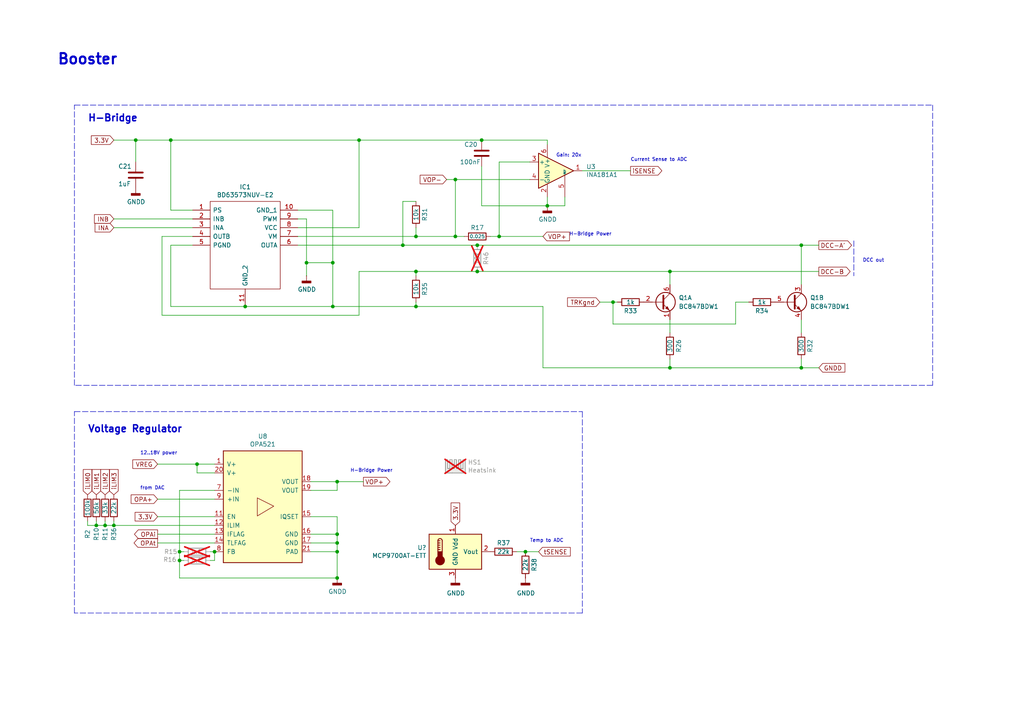
<source format=kicad_sch>
(kicad_sch (version 20250114) (generator "eeschema") (generator_version "9.0")
  (paper "A4")
  (title_block (title "RTB C12 Module") (date "2025-09-22") (rev "2") (company "Frank Schumacher") (comment 1 "Booster"))
  (lib_symbols
    (symbol "Amplifier_Current:INA181" (pin_names (offset 0.127))
      (property "Reference" "U" (at 3.81 3.81 0))
      (property "Value" "INA181" (at 3.81 -2.54 0))
      (symbol "INA181_0_1"
        (polyline (pts (xy 5.08 0) (xy -5.08 5.08) (xy -5.08 -5.08) (xy 5.08 0)) (stroke (width 0.254)) (fill (type background)))
      )
      (symbol "INA181_1_1"
        (pin input line (at -7.62 2.54 0) (length 2.54) (name "+") (number "3"))
        (pin input line (at -7.62 -2.54 0) (length 2.54) (name "-") (number "4"))
        (pin power_in line (at -2.54 7.62 270) (length 3.81) (name "V+") (number "6"))
        (pin power_in line (at -2.54 -7.62 90) (length 3.81) (name "GND") (number "2"))
        (pin input line (at 2.54 -7.62 90) (length 6.35) (name "REF") (number "5"))
        (pin output line (at 7.62 0 180) (length 2.54) (name "~") (number "1"))
      )
    )
    (symbol "Device:C" (pin_numbers (hide yes)) (pin_names (offset 0.254))
      (property "Reference" "C" (at 0.635 2.54 0))
      (property "Value" "C" (at 0.635 -2.54 0))
      (symbol "C_0_1"
        (polyline (pts (xy -2.032 0.762) (xy 2.032 0.762)) (stroke (width 0.508)))
        (polyline (pts (xy -2.032 -0.762) (xy 2.032 -0.762)) (stroke (width 0.508)))
      )
      (symbol "C_1_1"
        (pin passive line (at 0 3.81 270) (length 2.794) (name "~") (number "1"))
        (pin passive line (at 0 -3.81 90) (length 2.794) (name "~") (number "2"))
      )
    )
    (symbol "Device:R" (pin_numbers (hide yes)) (pin_names (offset 0))
      (property "Reference" "R" (at 2.032 0 90))
      (property "Value" "R" (at 0 0 90))
      (symbol "R_0_1"
        (rectangle (start -1.016 -2.54) (end 1.016 2.54) (stroke (width 0.254)))
      )
      (symbol "R_1_1"
        (pin passive line (at 0 3.81 270) (length 1.27) (name "~") (number "1"))
        (pin passive line (at 0 -3.81 90) (length 1.27) (name "~") (number "2"))
      )
    )
    (symbol "Mechanical:Heatsink" (pin_names (offset 1.016))
      (property "Reference" "HS" (at 0 5.08 0))
      (property "Value" "Heatsink" (at 0 -1.27 0))
      (symbol "Heatsink_0_1"
        (polyline (pts (xy -0.3302 1.27) (xy -0.9652 1.27) (xy -0.9652 3.81) (xy -1.6002 3.81) (xy -1.6002 1.27) (xy -2.2352 1.27) (xy -2.2352 3.81) (xy -2.8702 3.81) (xy -2.8702 0) (xy -0.9652 0)) (stroke (width 0.254)) (fill (type background)))
        (polyline (pts (xy -0.3302 1.27) (xy -0.3302 3.81) (xy 0.3048 3.81) (xy 0.3048 1.27) (xy 0.9398 1.27) (xy 0.9398 3.81) (xy 1.5748 3.81) (xy 1.5748 1.27) (xy 2.2098 1.27) (xy 2.2098 3.81) (xy 2.8448 3.81) (xy 2.8448 0) (xy -0.9652 0)) (stroke (width 0.254)) (fill (type background)))
      )
    )
    (symbol "RTB:BD63573NUV-E2" (pin_names (offset 0.762))
      (property "Reference" "IC" (at 26.67 7.62 0))
      (property "Value" "BD63573NUV-E2" (at 26.67 5.08 0))
      (symbol "BD63573NUV-E2_0_0"
        (pin bidirectional line (at 0 0 0) (length 5.08) (name "PS") (number "1"))
        (pin bidirectional line (at 0 -2.54 0) (length 5.08) (name "INB") (number "2"))
        (pin bidirectional line (at 0 -5.08 0) (length 5.08) (name "INA") (number "3"))
        (pin bidirectional line (at 0 -7.62 0) (length 5.08) (name "OUTB") (number "4"))
        (pin bidirectional line (at 0 -10.16 0) (length 5.08) (name "PGND") (number "5"))
        (pin bidirectional line (at 15.24 -27.94 90) (length 5.08) (name "GND_2") (number "11"))
        (pin bidirectional line (at 30.48 0 180) (length 5.08) (name "GND_1") (number "10"))
        (pin bidirectional line (at 30.48 -2.54 180) (length 5.08) (name "PWM") (number "9"))
        (pin bidirectional line (at 30.48 -5.08 180) (length 5.08) (name "VCC") (number "8"))
        (pin bidirectional line (at 30.48 -7.62 180) (length 5.08) (name "VM") (number "7"))
        (pin bidirectional line (at 30.48 -10.16 180) (length 5.08) (name "OUTA") (number "6"))
      )
      (symbol "BD63573NUV-E2_0_1"
        (polyline (pts (xy 5.08 2.54) (xy 25.4 2.54) (xy 25.4 -22.86) (xy 5.08 -22.86) (xy 5.08 2.54)) (stroke (width 0.1524)))
      )
    )
    (symbol "RTB:OPA521" (pin_names (offset 1.016))
      (property "Reference" "U" (at 0.0508 22.86 0))
      (property "Value" "OPA521" (at 0.3048 20.6248 0))
      (symbol "OPA521_0_1"
        (rectangle (start -11.43 16.5354) (end 11.43 -15.875) (stroke (width 0.254)) (fill (type background)))
        (polyline (pts (xy -1.5748 2.8956) (xy -1.5748 -2.3368) (xy 3.2004 0.508) (xy -1.5748 2.8956)))
      )
      (symbol "OPA521_1_1"
        (pin power_in line (at -13.97 12.7 0) (length 2.54) (name "V+") (number "1"))
        (pin power_in line (at -13.97 10.16 0) (length 2.54) (name "V+") (number "20"))
        (pin input line (at -13.97 5.08 0) (length 2.54) (name "-IN") (number "7"))
        (pin input line (at -13.97 2.54 0) (length 2.54) (name "+IN") (number "9"))
        (pin input line (at -13.97 -2.54 0) (length 2.54) (name "EN") (number "11"))
        (pin input line (at -13.97 -5.08 0) (length 2.54) (name "ILIM") (number "12"))
        (pin input line (at -13.97 -7.62 0) (length 2.54) (name "IFLAG") (number "13"))
        (pin input line (at -13.97 -10.16 0) (length 2.54) (name "TLFAG") (number "14"))
        (pin input line (at -13.97 -12.7 0) (length 2.54) (name "FB") (number "8"))
        (pin power_out line (at 13.97 7.62 180) (length 2.54) (name "VOUT") (number "18"))
        (pin power_out line (at 13.97 5.08 180) (length 2.54) (name "VOUT") (number "19"))
        (pin input line (at 13.97 -2.54 180) (length 2.54) (name "IQSET") (number "15"))
        (pin power_in line (at 13.97 -7.62 180) (length 2.54) (name "GND") (number "16"))
        (pin power_in line (at 13.97 -10.16 180) (length 2.54) (name "GND") (number "17"))
        (pin power_in line (at 13.97 -12.7 180) (length 2.54) (name "PAD") (number "21"))
      )
    )
    (symbol "Sensor_Temperature:MCP9700AT-ETT" (pin_names (offset 1.016))
      (property "Reference" "U" (at -6.35 6.35 0))
      (property "Value" "Sensor_Temperature_MCP9700AT-ETT" (at 1.27 6.35 0))
      (symbol "MCP9700AT-ETT_0_1"
        (rectangle (start -7.62 5.08) (end 7.62 -5.08) (stroke (width 0.254)) (fill (type background)))
        (polyline (pts (xy -5.08 3.175) (xy -5.08 0)) (stroke (width 0.254)))
        (polyline (pts (xy -5.08 3.175) (xy -4.445 3.175)) (stroke (width 0.254)))
        (polyline (pts (xy -5.08 2.54) (xy -4.445 2.54)) (stroke (width 0.254)))
        (polyline (pts (xy -5.08 1.905) (xy -4.445 1.905)) (stroke (width 0.254)))
        (polyline (pts (xy -5.08 1.27) (xy -4.445 1.27)) (stroke (width 0.254)))
        (polyline (pts (xy -5.08 0.635) (xy -4.445 0.635)) (stroke (width 0.254)))
        (arc (start -5.08 3.175) (mid -4.445 3.81) (end -3.81 3.175) (stroke (width 0.254)))
        (circle (center -4.445 -2.54) (radius 1.27) (stroke (width 0.254)) (fill (type outline)))
        (polyline (pts (xy -3.81 3.175) (xy -3.81 0)) (stroke (width 0.254)))
        (rectangle (start -3.81 -1.905) (end -5.08 0) (stroke (width 0.254)) (fill (type outline)))
      )
      (symbol "MCP9700AT-ETT_1_1"
        (pin power_in line (at 0 7.62 270) (length 2.54) (name "Vdd") (number "1"))
        (pin power_in line (at 0 -7.62 90) (length 2.54) (name "GND") (number "3"))
        (pin output line (at 10.16 0 180) (length 2.54) (name "Vout") (number "2"))
      )
    )
    (symbol "Transistor_BJT:BC847BDW1" (pin_names (offset 0) (hide yes))
      (property "Reference" "Q" (at 5.08 1.27 0))
      (property "Value" "BC847BDW1" (at 5.08 -1.27 0))
      (symbol "BC847BDW1_0_1"
        (polyline (pts (xy 0.635 1.905) (xy 0.635 -1.905)) (stroke (width 0.508)))
        (polyline (pts (xy 0.635 0.635) (xy 2.54 2.54)))
        (polyline (pts (xy 0.635 0) (xy -2.54 0)))
        (polyline (pts (xy 0.635 -0.635) (xy 2.54 -2.54)))
        (circle (center 1.27 0) (radius 2.8194) (stroke (width 0.254)))
        (polyline (pts (xy 1.27 -1.778) (xy 1.778 -1.27) (xy 2.286 -2.286) (xy 1.27 -1.778)) (fill (type outline)))
      )
      (symbol "BC847BDW1_1_1"
        (pin input line (at -5.08 0 0) (length 2.54) (name "B1") (number "2"))
        (pin passive line (at 2.54 5.08 270) (length 2.54) (name "C1") (number "6"))
        (pin passive line (at 2.54 -5.08 90) (length 2.54) (name "E1") (number "1"))
      )
      (symbol "BC847BDW1_2_1"
        (pin input line (at -5.08 0 0) (length 2.54) (name "B2") (number "5"))
        (pin passive line (at 2.54 5.08 270) (length 2.54) (name "C2") (number "3"))
        (pin passive line (at 2.54 -5.08 90) (length 2.54) (name "E2") (number "4"))
      )
    )
    (symbol "Transistor_BJT:BC847BPN" (pin_names (offset 0) (hide yes))
      (property "Reference" "Q" (at 5.08 1.27 0))
      (property "Value" "BC847BPN" (at 5.08 -1.27 0))
      (symbol "BC847BPN_0_1"
        (polyline (pts (xy 0.635 1.905) (xy 0.635 -1.905)) (stroke (width 0.508)))
        (polyline (pts (xy 0.635 0.635) (xy 2.54 2.54)))
        (polyline (pts (xy 0.635 0) (xy -2.54 0)))
        (polyline (pts (xy 0.635 -0.635) (xy 2.54 -2.54)))
        (circle (center 1.27 0) (radius 2.8194) (stroke (width 0.254)))
      )
      (symbol "BC847BPN_1_1"
        (polyline (pts (xy 1.27 -1.778) (xy 1.778 -1.27) (xy 2.286 -2.286) (xy 1.27 -1.778)) (fill (type outline)))
        (pin input line (at -5.08 0 0) (length 2.54) (name "B1") (number "2"))
        (pin passive line (at 2.54 5.08 270) (length 2.54) (name "C1") (number "6"))
        (pin passive line (at 2.54 -5.08 90) (length 2.54) (name "E1") (number "1"))
      )
      (symbol "BC847BPN_2_1"
        (polyline (pts (xy 2.286 -1.778) (xy 1.778 -2.286) (xy 1.27 -1.27) (xy 2.286 -1.778)) (fill (type outline)))
        (pin input line (at -5.08 0 0) (length 2.54) (name "B2") (number "5"))
        (pin passive line (at 2.54 5.08 270) (length 2.54) (name "C2") (number "3"))
        (pin passive line (at 2.54 -5.08 90) (length 2.54) (name "E2") (number "4"))
      )
    )
    (symbol "power:GNDD" (power) (pin_numbers (hide yes)) (pin_names (offset 0) (hide yes))
      (property "Value" "GNDD" (at 0 -3.175 0))
      (symbol "GNDD_0_1"
        (rectangle (start -1.27 -1.524) (end 1.27 -2.032) (stroke (width 0.254)) (fill (type outline)))
        (polyline (pts (xy 0 0) (xy 0 -1.524)))
      )
      (symbol "GNDD_1_1"
        (pin power_in line (at 0 0 270) (length 0) (name "~") (number "1"))
      )
    )
  )
  (text "Current Sense to ADC" (at 182.88 46.99 0) (effects (font (size 0.9906 0.9906)) (justify left bottom)))
  (text "Voltage Regulator" (at 25.4 125.73 0) (effects (font (size 2.0066 2.0066) (thickness 0.4013) (bold yes)) (justify left bottom)))
  (text "H-Bridge" (at 25.4 35.56 0) (effects (font (size 2.0066 2.0066) (thickness 0.4013) (bold yes)) (justify left bottom)))
  (text "Temp to ADC" (at 153.67 157.48 0) (effects (font (size 0.9906 0.9906)) (justify left bottom)))
  (text "H-Bridge Power" (at 101.6 137.16 0) (effects (font (size 0.9906 0.9906)) (justify left bottom)))
  (text "DCC out" (at 250.19 76.2 0) (effects (font (size 0.9906 0.9906)) (justify left bottom)))
  (text "12..18V power" (at 40.64 132.08 0) (effects (font (size 0.9906 0.9906)) (justify left bottom)))
  (text "Booster" (at 16.51 19.05 0) (effects (font (size 2.9972 2.9972) (thickness 0.5994) (bold yes)) (justify left bottom)))
  (text "Gain: 20x" (at 161.29 45.72 0) (effects (font (size 0.9906 0.9906)) (justify left bottom)))
  (text "H-Bridge Power" (at 165.1 68.58 0) (effects (font (size 0.9906 0.9906)) (justify left bottom)))
  (text "from DAC" (at 40.64 142.24 0) (effects (font (size 0.9906 0.9906)) (justify left bottom)))
  (junction (at 232.41 71.12))
  (junction (at 52.07 162.56))
  (junction (at 88.9 76.2))
  (junction (at 158.75 59.69))
  (junction (at 39.37 40.64))
  (junction (at 194.31 78.74))
  (junction (at 104.14 40.64))
  (junction (at 96.52 88.9))
  (junction (at 116.84 71.12))
  (junction (at 139.7 40.64))
  (junction (at 96.52 76.2))
  (junction (at 232.41 106.68))
  (junction (at 27.94 152.4))
  (junction (at 30.48 152.4))
  (junction (at 97.79 139.7))
  (junction (at 138.43 78.74))
  (junction (at 152.4 160.02))
  (junction (at 52.07 160.02))
  (junction (at 194.31 106.68))
  (junction (at 97.79 160.02))
  (junction (at 97.79 157.48))
  (junction (at 177.8 87.63))
  (junction (at 138.43 71.12))
  (junction (at 132.08 52.07))
  (junction (at 71.12 88.9))
  (junction (at 57.15 134.62))
  (junction (at 120.65 78.74))
  (junction (at 120.65 88.9))
  (junction (at 49.53 40.64))
  (junction (at 144.78 68.58))
  (junction (at 33.02 152.4))
  (junction (at 97.79 154.94))
  (junction (at 97.79 167.64))
  (junction (at 120.65 68.58))
  (junction (at 62.23 160.02))
  (junction (at 132.08 68.58))
  (wire (pts (xy 104.14 66.04) (xy 104.14 40.64)))
  (wire (pts (xy 96.52 88.9) (xy 120.65 88.9)))
  (wire (pts (xy 139.7 59.69) (xy 139.7 48.26)))
  (wire (pts (xy 158.75 40.64) (xy 158.75 41.91)))
  (wire (pts (xy 90.17 149.86) (xy 97.79 149.86)))
  (wire (pts (xy 177.8 87.63) (xy 179.07 87.63)))
  (wire (pts (xy 62.23 134.62) (xy 57.15 134.62)))
  (polyline (pts (xy 21.59 177.8) (xy 21.59 119.38)) (stroke (width 0) (type dash)))
  (wire (pts (xy 97.79 157.48) (xy 97.79 160.02)))
  (wire (pts (xy 86.36 60.96) (xy 96.52 60.96)))
  (polyline (pts (xy 270.51 30.48) (xy 270.51 111.76)) (stroke (width 0) (type dash)))
  (polyline (pts (xy 247.65 69.85) (xy 247.65 80.01)) (stroke (width 0) (type dash)))
  (wire (pts (xy 237.49 106.68) (xy 232.41 106.68)))
  (wire (pts (xy 163.83 59.69) (xy 163.83 57.15)))
  (wire (pts (xy 88.9 76.2) (xy 96.52 76.2)))
  (wire (pts (xy 52.07 142.24) (xy 52.07 160.02)))
  (wire (pts (xy 52.07 162.56) (xy 52.07 167.64)))
  (polyline (pts (xy 21.59 119.38) (xy 168.91 119.38)) (stroke (width 0) (type dash)))
  (wire (pts (xy 213.36 87.63) (xy 217.17 87.63)))
  (wire (pts (xy 33.02 40.64) (xy 39.37 40.64)))
  (wire (pts (xy 27.94 152.4) (xy 25.4 152.4)))
  (wire (pts (xy 86.36 66.04) (xy 104.14 66.04)))
  (wire (pts (xy 39.37 40.64) (xy 49.53 40.64)))
  (wire (pts (xy 90.17 139.7) (xy 97.79 139.7)))
  (wire (pts (xy 120.65 80.01) (xy 120.65 78.74)))
  (wire (pts (xy 144.78 46.99) (xy 153.67 46.99)))
  (wire (pts (xy 177.8 87.63) (xy 177.8 93.98)))
  (wire (pts (xy 97.79 139.7) (xy 105.41 139.7)))
  (wire (pts (xy 104.14 40.64) (xy 139.7 40.64)))
  (wire (pts (xy 33.02 152.4) (xy 30.48 152.4)))
  (wire (pts (xy 46.99 91.44) (xy 104.14 91.44)))
  (wire (pts (xy 120.65 66.04) (xy 120.65 68.58)))
  (wire (pts (xy 152.4 160.02) (xy 156.21 160.02)))
  (wire (pts (xy 86.36 68.58) (xy 120.65 68.58)))
  (wire (pts (xy 120.65 68.58) (xy 132.08 68.58)))
  (polyline (pts (xy 270.51 111.76) (xy 21.59 111.76)) (stroke (width 0) (type dash)))
  (wire (pts (xy 27.94 151.13) (xy 27.94 152.4)))
  (wire (pts (xy 232.41 96.52) (xy 232.41 92.71)))
  (wire (pts (xy 132.08 68.58) (xy 134.62 68.58)))
  (wire (pts (xy 138.43 71.12) (xy 232.41 71.12)))
  (wire (pts (xy 49.53 88.9) (xy 71.12 88.9)))
  (wire (pts (xy 55.88 71.12) (xy 49.53 71.12)))
  (wire (pts (xy 116.84 58.42) (xy 116.84 71.12)))
  (wire (pts (xy 49.53 40.64) (xy 104.14 40.64)))
  (wire (pts (xy 158.75 57.15) (xy 158.75 59.69)))
  (wire (pts (xy 86.36 71.12) (xy 116.84 71.12)))
  (wire (pts (xy 232.41 71.12) (xy 237.49 71.12)))
  (polyline (pts (xy 21.59 111.76) (xy 21.59 30.48)) (stroke (width 0) (type dash)))
  (wire (pts (xy 153.67 52.07) (xy 132.08 52.07)))
  (wire (pts (xy 144.78 68.58) (xy 157.48 68.58)))
  (wire (pts (xy 120.65 78.74) (xy 138.43 78.74)))
  (wire (pts (xy 97.79 149.86) (xy 97.79 154.94)))
  (wire (pts (xy 30.48 151.13) (xy 30.48 152.4)))
  (wire (pts (xy 57.15 137.16) (xy 57.15 134.62)))
  (wire (pts (xy 49.53 60.96) (xy 49.53 40.64)))
  (wire (pts (xy 177.8 93.98) (xy 213.36 93.98)))
  (wire (pts (xy 90.17 160.02) (xy 97.79 160.02)))
  (wire (pts (xy 120.65 58.42) (xy 116.84 58.42)))
  (wire (pts (xy 132.08 52.07) (xy 132.08 68.58)))
  (wire (pts (xy 39.37 46.99) (xy 39.37 40.64)))
  (wire (pts (xy 158.75 59.69) (xy 139.7 59.69)))
  (wire (pts (xy 120.65 87.63) (xy 120.65 88.9)))
  (wire (pts (xy 139.7 40.64) (xy 158.75 40.64)))
  (wire (pts (xy 33.02 152.4) (xy 33.02 151.13)))
  (wire (pts (xy 96.52 60.96) (xy 96.52 76.2)))
  (wire (pts (xy 52.07 162.56) (xy 53.34 162.56)))
  (wire (pts (xy 194.31 104.14) (xy 194.31 106.68)))
  (wire (pts (xy 144.78 68.58) (xy 144.78 46.99)))
  (polyline (pts (xy 21.59 30.48) (xy 270.51 30.48)) (stroke (width 0) (type dash)))
  (wire (pts (xy 88.9 80.01) (xy 88.9 76.2)))
  (wire (pts (xy 45.72 134.62) (xy 57.15 134.62)))
  (wire (pts (xy 49.53 71.12) (xy 49.53 88.9)))
  (wire (pts (xy 138.43 78.74) (xy 194.31 78.74)))
  (wire (pts (xy 60.96 160.02) (xy 62.23 160.02)))
  (wire (pts (xy 30.48 152.4) (xy 27.94 152.4)))
  (wire (pts (xy 62.23 137.16) (xy 57.15 137.16)))
  (wire (pts (xy 45.72 149.86) (xy 62.23 149.86)))
  (wire (pts (xy 52.07 160.02) (xy 53.34 160.02)))
  (wire (pts (xy 46.99 68.58) (xy 46.99 91.44)))
  (wire (pts (xy 97.79 154.94) (xy 97.79 157.48)))
  (wire (pts (xy 25.4 152.4) (xy 25.4 151.13)))
  (wire (pts (xy 90.17 157.48) (xy 97.79 157.48)))
  (wire (pts (xy 62.23 152.4) (xy 33.02 152.4)))
  (wire (pts (xy 33.02 63.5) (xy 55.88 63.5)))
  (wire (pts (xy 116.84 71.12) (xy 138.43 71.12)))
  (wire (pts (xy 62.23 142.24) (xy 52.07 142.24)))
  (wire (pts (xy 157.48 106.68) (xy 157.48 88.9)))
  (wire (pts (xy 213.36 93.98) (xy 213.36 87.63)))
  (wire (pts (xy 120.65 88.9) (xy 157.48 88.9)))
  (wire (pts (xy 194.31 106.68) (xy 157.48 106.68)))
  (wire (pts (xy 232.41 106.68) (xy 194.31 106.68)))
  (wire (pts (xy 97.79 160.02) (xy 97.79 167.64)))
  (wire (pts (xy 96.52 76.2) (xy 96.52 88.9)))
  (wire (pts (xy 62.23 144.78) (xy 45.72 144.78)))
  (wire (pts (xy 104.14 91.44) (xy 104.14 78.74)))
  (wire (pts (xy 60.96 162.56) (xy 62.23 162.56)))
  (wire (pts (xy 45.72 154.94) (xy 62.23 154.94)))
  (wire (pts (xy 194.31 96.52) (xy 194.31 92.71)))
  (polyline (pts (xy 168.91 177.8) (xy 21.59 177.8)) (stroke (width 0) (type dash)))
  (wire (pts (xy 90.17 154.94) (xy 97.79 154.94)))
  (wire (pts (xy 52.07 160.02) (xy 52.07 162.56)))
  (wire (pts (xy 104.14 78.74) (xy 120.65 78.74)))
  (wire (pts (xy 97.79 142.24) (xy 97.79 139.7)))
  (wire (pts (xy 168.91 49.53) (xy 182.88 49.53)))
  (wire (pts (xy 142.24 68.58) (xy 144.78 68.58)))
  (wire (pts (xy 90.17 142.24) (xy 97.79 142.24)))
  (wire (pts (xy 86.36 63.5) (xy 88.9 63.5)))
  (wire (pts (xy 232.41 71.12) (xy 232.41 82.55)))
  (wire (pts (xy 129.54 52.07) (xy 132.08 52.07)))
  (wire (pts (xy 232.41 104.14) (xy 232.41 106.68)))
  (wire (pts (xy 88.9 63.5) (xy 88.9 76.2)))
  (wire (pts (xy 33.02 66.04) (xy 55.88 66.04)))
  (wire (pts (xy 55.88 68.58) (xy 46.99 68.58)))
  (wire (pts (xy 194.31 78.74) (xy 237.49 78.74)))
  (wire (pts (xy 71.12 88.9) (xy 96.52 88.9)))
  (wire (pts (xy 194.31 82.55) (xy 194.31 78.74)))
  (wire (pts (xy 97.79 167.64) (xy 52.07 167.64)))
  (wire (pts (xy 173.99 87.63) (xy 177.8 87.63)))
  (wire (pts (xy 158.75 59.69) (xy 163.83 59.69)))
  (polyline (pts (xy 168.91 119.38) (xy 168.91 177.8)) (stroke (width 0) (type dash)))
  (wire (pts (xy 149.86 160.02) (xy 152.4 160.02)))
  (wire (pts (xy 55.88 60.96) (xy 49.53 60.96)))
  (wire (pts (xy 45.72 157.48) (xy 62.23 157.48)))
  (wire (pts (xy 62.23 160.02) (xy 62.23 162.56)))
  (global_label "iSENSE" (shape output) (at 182.88 49.53 0) (property "Intersheetrefs" "${INTERSHEET_REFS}" (effects (hide yes))))
  (global_label "VOP+" (shape input) (at 157.48 68.58 0) (property "Intersheetrefs" "${INTERSHEET_REFS}" (effects (hide yes))))
  (global_label "OPAi" (shape output) (at 45.72 154.94 180) (property "Intersheetrefs" "${INTERSHEET_REFS}" (effects (hide yes))))
  (global_label "VREG" (shape input) (at 45.72 134.62 180) (property "Intersheetrefs" "${INTERSHEET_REFS}" (effects (hide yes))))
  (global_label "INA" (shape input) (at 33.02 66.04 180) (property "Intersheetrefs" "${INTERSHEET_REFS}" (effects (hide yes))))
  (global_label "VOP-" (shape input) (at 129.54 52.07 180) (property "Intersheetrefs" "${INTERSHEET_REFS}" (effects (hide yes))))
  (global_label "iLIM2" (shape input) (at 30.48 143.51 90) (property "Intersheetrefs" "${INTERSHEET_REFS}" (effects (hide yes))))
  (global_label "iLIM1" (shape input) (at 27.94 143.51 90) (property "Intersheetrefs" "${INTERSHEET_REFS}" (effects (hide yes))))
  (global_label "3.3V" (shape input) (at 132.08 152.4 90) (property "Intersheetrefs" "${INTERSHEET_REFS}" (effects (hide yes))))
  (global_label "OPA+" (shape input) (at 45.72 144.78 180) (property "Intersheetrefs" "${INTERSHEET_REFS}" (effects (hide yes))))
  (global_label "INB" (shape input) (at 33.02 63.5 180) (property "Intersheetrefs" "${INTERSHEET_REFS}" (effects (hide yes))))
  (global_label "DCC-B" (shape output) (at 237.49 78.74 0) (property "Intersheetrefs" "${INTERSHEET_REFS}" (effects (hide yes))))
  (global_label "3.3V" (shape input) (at 45.72 149.86 180) (property "Intersheetrefs" "${INTERSHEET_REFS}" (effects (hide yes))))
  (global_label "3.3V" (shape input) (at 33.02 40.64 180) (property "Intersheetrefs" "${INTERSHEET_REFS}" (effects (hide yes))))
  (global_label "GNDD" (shape input) (at 237.49 106.68 0) (property "Intersheetrefs" "${INTERSHEET_REFS}" (effects (hide yes))))
  (global_label "TRKgnd" (shape input) (at 173.99 87.63 180) (property "Intersheetrefs" "${INTERSHEET_REFS}" (effects (hide yes))))
  (global_label "iLIM3" (shape input) (at 33.02 143.51 90) (property "Intersheetrefs" "${INTERSHEET_REFS}" (effects (hide yes))))
  (global_label "iLIM0" (shape input) (at 25.4 143.51 90) (property "Intersheetrefs" "${INTERSHEET_REFS}" (effects (hide yes))))
  (global_label "DCC-A'" (shape output) (at 237.49 71.12 0) (property "Intersheetrefs" "${INTERSHEET_REFS}" (effects (hide yes))))
  (global_label "OPAt" (shape output) (at 45.72 157.48 180) (property "Intersheetrefs" "${INTERSHEET_REFS}" (effects (hide yes))))
  (global_label "tSENSE" (shape input) (at 156.21 160.02 0) (property "Intersheetrefs" "${INTERSHEET_REFS}" (effects (hide yes))))
  (global_label "VOP+" (shape output) (at 105.41 139.7 0) (property "Intersheetrefs" "${INTERSHEET_REFS}" (effects (hide yes))))
  (symbol (lib_id "RTB:BD63573NUV-E2") (at 55.88 60.96 0) (unit 1)
    (property "Reference" "IC1" (at 71.12 54.229 0))
    (property "Value" "BD63573NUV-E2" (at 71.12 56.5404 0))
    (property "Footprint" "Package_SON:VSON-10-1EP_3x3mm_P0.5mm_EP1.2x2mm" (effects (hide yes)))
    (property "Datasheet" "https://www.rohm.com/datasheet/BD63573NUV/bd63573nuv-e" (effects (hide yes)))
    (property "Description" "H-Bridge Motor Driver, 16V, 3.2A, 10pin" (effects (hide yes)))
    (property "LCSC Part #" "C2150564" (effects (hide yes)))
  )
  (symbol (lib_id "power:GNDD") (at 88.9 80.01 0) (unit 1)
    (property "Reference" "#PWR014" (effects (hide yes)))
    (property "Value" "GNDD" (at 89.0016 83.947 0))
  )
  (symbol (lib_id "Device:C") (at 39.37 50.8 0) (unit 1)
    (property "Reference" "C21" (at 34.29 48.26 0) (effects (justify left)))
    (property "Value" "1uF" (at 34.29 53.34 0) (effects (justify left)))
    (property "Footprint" "Capacitor_SMD:C_0603_1608Metric" (effects (hide yes)))
    (property "Description" "1uF 50V X5R ±10% 0603 MLCC" (effects (hide yes)))
    (property "LCSC Part #" "C15849" (effects (hide yes)))
  )
  (symbol (lib_id "power:GNDD") (at 39.37 54.61 0) (unit 1)
    (property "Reference" "#PWR029" (effects (hide yes)))
    (property "Value" "GNDD" (at 39.4716 58.547 0))
  )
  (symbol (lib_id "Amplifier_Current:INA181") (at 161.29 49.53 0) (unit 1)
    (property "Reference" "U3" (at 170.0276 48.3616 0) (effects (justify left)))
    (property "Value" "INA181A1" (at 170.0276 50.673 0) (effects (justify left)))
    (property "Footprint" "Package_TO_SOT_SMD:SOT-23-6" (effects (hide yes)))
    (property "Datasheet" "http://www.ti.com/lit/ds/symlink/ina181.pdf" (effects (hide yes)))
    (property "Description" "20V/V 350kHz SOT-23-6 Current Sense Amplifiers" (effects (hide yes)))
    (property "LCSC Part #" "C2058943" (effects (hide yes)))
  )
  (symbol (lib_id "Device:R") (at 138.43 68.58 270) (unit 1)
    (property "Reference" "R17" (at 138.43 66.04 90))
    (property "Value" "0.025" (at 138.43 68.58 90) (effects (font (size 1.016 1.016))))
    (property "Footprint" "Resistor_SMD:R_2010_5025Metric" (effects (hide yes)))
    (property "Description" "1.5W 25mΩ ±1% 2010 Current Sense Resistors / Shunt Resistors ROHS" (effects (hide yes)))
    (property "LCSC Part #" "C22470461" (effects (hide yes)))
  )
  (symbol (lib_id "power:GNDD") (at 158.75 59.69 0) (unit 1)
    (property "Reference" "#PWR011" (effects (hide yes)))
    (property "Value" "GNDD" (at 158.8516 63.627 0))
  )
  (symbol (lib_id "RTB:OPA521") (at 76.2 147.32 0) (unit 1)
    (property "Reference" "U8" (at 76.2 126.5428 0))
    (property "Value" "OPA521" (at 76.2 128.8542 0))
    (property "Footprint" "Package_DFN_QFN:QFN-20-1EP_5x5mm_P0.65mm_EP3.35x3.35mm" (effects (hide yes)))
    (property "Datasheet" "http://www.ti.com/lit/ds/symlink/opa521.pdf?HQS=TI-null-null-mousermode-df-pf-null-wwe&DCM=yes&ref_url=https%3A%2F%2Fwww.mouser.de%2F" (effects (hide yes)))
    (property "Description" "2.5A 24V 3.82MHz 75V/us 78mA 7V~24V 94dB VQFN-20-EP(5x5) Operational Amplifier" (effects (hide yes)))
    (property "LCSC Part #" "C2058423" (effects (hide yes)))
  )
  (symbol (lib_id "power:GNDD") (at 97.79 167.64 0) (unit 1)
    (property "Reference" "#PWR0105" (effects (hide yes)))
    (property "Value" "GNDD" (at 97.8916 171.577 0))
  )
  (symbol (lib_id "Device:R") (at 33.02 147.32 180) (unit 1)
    (property "Reference" "R36" (at 33.02 154.94 90))
    (property "Value" "22k" (at 33.02 147.32 90))
    (property "Footprint" "Resistor_SMD:R_0603_1608Metric" (effects (hide yes)))
    (property "Description" "100mW 22kΩ 75V Thick Film Resistor ±1%" (effects (hide yes)))
    (property "LCSC Part #" "C31850" (effects (hide yes)))
  )
  (symbol (lib_id "Sensor_Temperature:MCP9700AT-ETT") (at 132.08 160.02 0) (unit 1)
    (property "Reference" "U15" (at 123.698 158.8516 0) (effects (justify right)))
    (property "Value" "MCP9700AT-ETT" (at 123.698 161.163 0) (effects (justify right)))
    (property "Footprint" "Package_TO_SOT_SMD:SOT-23" (effects (hide yes)))
    (property "Datasheet" "http://ww1.microchip.com/downloads/en/DeviceDoc/21942e.pdf" (effects (hide yes)))
    (property "Description" "2.3V~5.5V SOT-23 Temperature Sensors" (effects (hide yes)))
    (property "LCSC Part #" "C127949" (effects (hide yes)))
    (instances (project "" (path "" (reference "U?") (unit 1)) (path "" (reference "U15") (unit 1))))
  )
  (symbol (lib_id "power:GNDD") (at 132.08 167.64 0) (unit 1)
    (property "Reference" "#PWR0114" (effects (hide yes)))
    (property "Value" "GNDD" (at 132.207 172.0342 0))
    (instances (project "" (path "" (reference "#PWR?") (unit 1)) (path "" (reference "#PWR0114") (unit 1))))
  )
  (symbol (lib_id "Device:R") (at 146.05 160.02 270) (unit 1)
    (property "Reference" "R37" (at 146.05 157.48 90))
    (property "Value" "22k" (at 146.05 160.02 90))
    (property "Footprint" "Resistor_SMD:R_0603_1608Metric" (effects (hide yes)))
    (property "Description" "100mW 22kΩ 75V Thick Film Resistor ±1%" (effects (hide yes)))
    (property "LCSC Part #" "C31850" (effects (hide yes)))
  )
  (symbol (lib_id "Device:R") (at 152.4 163.83 180) (unit 1)
    (property "Reference" "R38" (at 154.94 163.83 90))
    (property "Value" "22k" (at 152.4 163.83 90))
    (property "Footprint" "Resistor_SMD:R_0603_1608Metric" (effects (hide yes)))
    (property "Description" "100mW 22kΩ 75V Thick Film Resistor ±1%" (effects (hide yes)))
    (property "LCSC Part #" "C31850" (effects (hide yes)))
  )
  (symbol (lib_id "power:GNDD") (at 152.4 167.64 0) (unit 1)
    (property "Reference" "#PWR012" (effects (hide yes)))
    (property "Value" "GNDD" (at 152.527 172.0342 0))
    (instances (project "" (path "" (reference "#PWR?") (unit 1)) (path "" (reference "#PWR012") (unit 1))))
  )
  (symbol (lib_id "Device:R") (at 138.43 74.93 180) (unit 1) (dnp yes)
    (property "Reference" "R46" (at 140.97 74.93 90))
    (property "Value" "10k" (at 138.43 74.93 90))
    (property "Footprint" "Resistor_SMD:R_0603_1608Metric" (effects (hide yes)))
    (property "LCSC Part #" "C25804" (effects (hide yes)))
  )
  (symbol (lib_id "Device:C") (at 139.7 44.45 0) (unit 1)
    (property "Reference" "C20" (at 134.62 41.91 0) (effects (justify left)))
    (property "Value" "100nF" (at 133.35 46.99 0) (effects (justify left)))
    (property "Footprint" "Capacitor_SMD:C_0603_1608Metric" (effects (hide yes)))
    (property "Description" "100nF 50V X7R ±10% 0603 MLCC" (effects (hide yes)))
    (property "LCSC Part #" "C14663" (effects (hide yes)))
  )
  (symbol (lib_id "Mechanical:Heatsink") (at 132.08 137.16 0) (unit 1) (dnp yes)
    (property "Reference" "HS1" (at 135.6868 134.0866 0) (effects (justify left)))
    (property "Value" "Heatsink" (at 135.6868 136.398 0) (effects (justify left)))
    (property "Footprint" "Heatsink:Heatsink_AAVID_573300D00010G_TO-263" (effects (hide yes)))
  )
  (symbol (lib_id "Device:R") (at 120.65 83.82 180) (unit 1)
    (property "Reference" "R35" (at 123.19 83.82 90))
    (property "Value" "10k" (at 120.65 83.82 90))
    (property "Footprint" "Resistor_SMD:R_0603_1608Metric" (effects (hide yes)))
    (property "LCSC Part #" "C25804" (effects (hide yes)))
  )
  (symbol (lib_id "Device:R") (at 120.65 62.23 180) (unit 1)
    (property "Reference" "R31" (at 123.19 62.23 90))
    (property "Value" "10k" (at 120.65 62.23 90))
    (property "Footprint" "Resistor_SMD:R_0805_2012Metric" (effects (hide yes)))
    (property "Description" "10kΩ 125mW 150V Thick Film Resistor ±1%" (effects (hide yes)))
    (property "LCSC Part #" "C17414" (effects (hide yes)))
  )
  (symbol (lib_id "Device:R") (at 57.15 160.02 270) (unit 1) (dnp yes)
    (property "Reference" "R15" (at 49.53 160.02 90))
    (property "Value" "n.f." (at 57.15 160.02 90))
    (property "Footprint" "Resistor_SMD:R_0603_1608Metric" (effects (hide yes)))
    (property "DNP" "1" (effects (hide yes)))
  )
  (symbol (lib_id "Device:R") (at 57.15 162.56 270) (unit 1) (dnp yes)
    (property "Reference" "R16" (at 49.276 162.306 90))
    (property "Value" "n.f." (at 57.15 162.56 90))
    (property "Footprint" "Resistor_SMD:R_0603_1608Metric" (effects (hide yes)))
  )
  (symbol (lib_id "Device:R") (at 30.48 147.32 180) (unit 1)
    (property "Reference" "R11" (at 30.48 154.94 90))
    (property "Value" "33k" (at 30.48 147.32 90))
    (property "Footprint" "Resistor_SMD:R_0603_1608Metric" (effects (hide yes)))
    (property "Description" "100mW 33kΩ 75V Thick Film Resistor ±1%" (effects (hide yes)))
    (property "LCSC Part #" "C4216" (effects (hide yes)))
  )
  (symbol (lib_id "Device:R") (at 27.94 147.32 180) (unit 1)
    (property "Reference" "R10" (at 27.94 154.94 90))
    (property "Value" "56k" (at 27.94 147.32 90))
    (property "Footprint" "Resistor_SMD:R_0603_1608Metric" (effects (hide yes)))
    (property "Description" "100mW 56kΩ 75V Thick Film Resistor ±1%" (effects (hide yes)))
    (property "LCSC Part #" "C23206" (effects (hide yes)))
  )
  (symbol (lib_id "Device:R") (at 25.4 147.32 180) (unit 1)
    (property "Reference" "R2" (at 25.4 154.94 90))
    (property "Value" "100k" (at 25.4 147.32 90))
    (property "Footprint" "Resistor_SMD:R_0603_1608Metric" (effects (hide yes)))
    (property "Description" "100k 100mW 75V Thick Film Resistor ±1%" (effects (hide yes)))
    (property "LCSC Part #" "C25803" (effects (hide yes)))
  )
  (symbol (lib_id "Device:R") (at 194.31 100.33 180) (unit 1)
    (property "Reference" "R26" (at 196.85 100.33 90))
    (property "Value" "300" (at 194.31 100.33 90))
    (property "Footprint" "Inductor_SMD:L_1206_3216Metric" (effects (hide yes)))
    (property "Description" "200V 250mW 300Ω Thick Film Resistor ±1%" (effects (hide yes)))
    (property "LCSC Part #" "C17887" (effects (hide yes)))
  )
  (symbol (lib_id "Device:R") (at 232.41 100.33 180) (unit 1)
    (property "Reference" "R32" (at 234.95 100.33 90))
    (property "Value" "300" (at 232.41 100.33 90))
    (property "Footprint" "Inductor_SMD:L_1206_3216Metric" (effects (hide yes)))
    (property "Description" "200V 250mW 300Ω Thick Film Resistor ±1%" (effects (hide yes)))
    (property "LCSC Part #" "C17887" (effects (hide yes)))
  )
  (symbol (lib_id "Device:R") (at 182.88 87.63 90) (unit 1)
    (property "Reference" "R33" (at 182.88 90.17 90))
    (property "Value" "1k" (at 182.88 87.63 90))
    (property "Footprint" "Resistor_SMD:R_0603_1608Metric" (effects (hide yes)))
    (property "Description" "100mW 1kΩ 75V Thick Film Resistor ±1%" (effects (hide yes)))
    (property "LCSC Part #" "C21190" (effects (hide yes)))
  )
  (symbol (lib_id "Device:R") (at 220.98 87.63 90) (unit 1)
    (property "Reference" "R34" (at 220.98 90.17 90))
    (property "Value" "1k" (at 220.98 87.63 90))
    (property "Footprint" "Resistor_SMD:R_0603_1608Metric" (effects (hide yes)))
    (property "Description" "100mW 1kΩ 75V Thick Film Resistor ±1%" (effects (hide yes)))
    (property "LCSC Part #" "C21190" (effects (hide yes)))
  )
  (symbol (lib_id "Transistor_BJT:BC847BPN") (at 191.77 87.63 0) (unit 1)
    (property "Reference" "Q1" (at 196.85 86.3599 0) (effects (justify left)))
    (property "Value" "BC847BDW1" (at 196.85 88.8999 0) (effects (justify left)))
    (property "Footprint" "Package_TO_SOT_SMD:SOT-363_SC-70-6" (effects (hide yes)))
    (property "Datasheet" "https://assets.nexperia.com/documents/data-sheet/BC847BPN.pdf" (effects (hide yes)))
    (property "Description" "100mA IC, 45V Vce, Dual NPN/PNP Transistors, SOT-363" (effects (hide yes)))
    (property "LCSC Part #" "C82368" (effects (hide yes)))
  )
  (symbol (lib_id "Transistor_BJT:BC847BDW1") (at 229.87 87.63 0) (unit 2)
    (property "Reference" "Q1" (at 234.95 86.3599 0) (effects (justify left)))
    (property "Value" "BC847BDW1" (at 234.95 88.8999 0) (effects (justify left)))
    (property "Footprint" "Package_TO_SOT_SMD:SOT-363_SC-70-6" (effects (hide yes)))
    (property "Datasheet" "http://www.onsemi.com/pub_link/Collateral/BC846BDW1T1-D.PDF" (effects (hide yes)))
    (property "Description" "100mA IC, 45V Vce, Dual NPN/NPN Transistors, SOT-363" (effects (hide yes)))
    (property "LCSC Part #" "C82368" (effects (hide yes)))
  )
)
</source>
